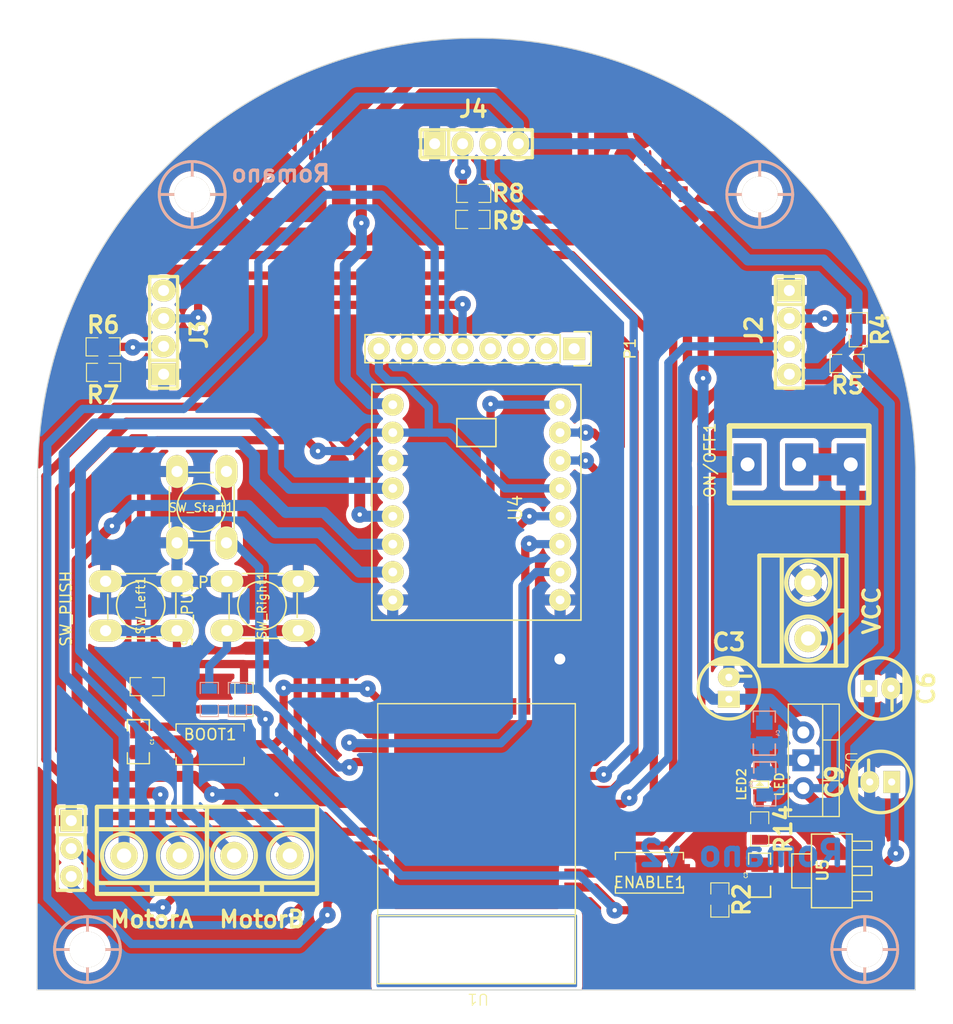
<source format=kicad_pcb>
(kicad_pcb (version 20221018) (generator pcbnew)
  (title_block (title "Robot Laberinto 2.0") (date "2024-03-30") (rev "v1.0") (company "E.E.S.T. N°5 \"2 de Abril\" Temperley") (comment 1 "Autor: Iván Romano") (comment 2 "Curso: 6to 5ta T.V. Electrónica") (comment 3 "Grupo de Taller: 2"))
  (layers (0 "F.Cu" signal) (31 "B.Cu" signal) (34 "B.Paste" user) (35 "F.Paste" user) (36 "B.SilkS" user "B.Silkscreen") (37 "F.SilkS" user "F.Silkscreen") (38 "B.Mask" user) (39 "F.Mask" user) (44 "Edge.Cuts" user))
  (net 0 "")
  (net 1 "/GPIO0")
  (net 2 "GND")
  (net 3 "/EN")
  (net 4 "VCC")
  (net 5 "+5V")
  (net 6 "+3.3V")
  (net 7 "/SW_Pin3")
  (net 8 "/Echo1")
  (net 9 "/OUTPUT_Trigger1")
  (net 10 "/Echo2")
  (net 11 "/OUTPUT_Trigger2")
  (net 12 "/Echo3")
  (net 13 "/OUTPUT_Trigger3")
  (net 14 "/Aout1")
  (net 15 "/Aout2")
  (net 16 "/Bout1")
  (net 17 "/Bout2")
  (net 18 "/RXD")
  (net 19 "/TXD")
  (net 20 "Net-(LED2-A)")
  (net 21 "/INPUT_Echo1")
  (net 22 "/INPUT_Echo2")
  (net 23 "/INPUT_Echo3")
  (net 24 "/Start")
  (net 25 "/Left")
  (net 26 "/Right")
  (net 28 "/AIN1")
  (net 29 "/AIN2")
  (net 32 "/BIN2")
  (net 40 "/BIN1")
  (net 41 "/Pwm_A")
  (net 42 "/Pwm_B")
  (net 50 "/SDA")
  (net 51 "/SCL")
  (footprint "Romano Footprints:TO-220" (layer "F.Cu") (at 190.025228 114.017862 -90)
    (fp_text reference "U2")
    (fp_text value "LM7805")
  )
  (footprint "Footprints EEST n5:R_0805" (layer "F.Cu") (at 125.745728 76.446862 180)
    (fp_text reference "R6")
    (fp_text value "1K" hide)
  )
  (footprint "Footprints EEST n5:SW_SPDT_TH_Vertical" (layer "F.Cu") (at 189.12 87.15 90)
    (fp_text reference "ON/OFF1")
    (fp_text value "SW_SPDT" hide)
  )
  (footprint "Footprints EEST n5:Separador_M3_5mm" (layer "F.Cu") (at 124.288228 131.334534)
    (fp_text reference "J11" hide)
    (fp_text value "Cable_PAD" hide)
  )
  (footprint "Footprints EEST n5:Led_0805" (layer "F.Cu") (at 185.527069 116.293554 90)
    (fp_text reference "LED2")
    (fp_text value "LED")
  )
  (footprint "Footprints EEST n5:BORNERA2_AZUL" (layer "F.Cu") (at 189.937069 100.464534 90)
    (fp_text reference "J1" hide)
    (fp_text value "VCC")
  )
  (footprint "Footprints EEST n5:C_0805" (layer "F.Cu") (at 185.517069 124.564534 90)
    (fp_text reference "C2")
    (fp_text value "1nF" hide)
  )
  (footprint "Footprints EEST n5:R_0805" (layer "F.Cu") (at 159.435728 62.466862)
    (fp_text reference "R8")
    (fp_text value "1K" hide)
  )
  (footprint "Footprints EEST n5:R_0805" (layer "F.Cu") (at 181.898228 126.789362 -90)
    (fp_text reference "R2")
    (fp_text value "10K" hide)
  )
  (footprint "Footprints EEST n5:pin_strip_4" (layer "F.Cu") (at 131.223228 75.126862 90)
    (fp_text reference "J3")
    (fp_text value "Ultrasonido2" hide)
  )
  (footprint "Footprints EEST n5:PUSH_SWITCH_THT" (layer "F.Cu") (at 136.948228 94.296862 180)
    (fp_text reference "SW_Start1")
    (fp_text value "SW_PUSH")
  )
  (footprint "Footprints EEST n5:Pin_Header_Straight_1x08" (layer "F.Cu") (at 168.618228 76.616862 -90)
    (fp_text reference "P1")
    (fp_text value "MPU6050")
  )
  (footprint "Footprints EEST n5:CAP_ELEC_5x11mm" (layer "F.Cu") (at 196.48 107.56 -90)
    (fp_text reference "C6")
    (fp_text value "100uF" hide)
  )
  (footprint "Footprints EEST n5:LOGO_EESTN5_F.Cu" (layer "F.Cu") (at 177.018228 60.976862 180)
    (fp_text reference "G***" hide)
    (fp_text value "LOGO" hide)
  )
  (footprint "Footprints EEST n5:R_0805" (layer "F.Cu") (at 193.519569 77.964534 180)
    (fp_text reference "R5")
    (fp_text value "2K" hide)
  )
  (footprint "Footprints EEST n5:R_0805" (layer "F.Cu") (at 185.527069 120.384534 90)
    (fp_text reference "R14")
    (fp_text value "470" hide)
  )
  (footprint "Footprints EEST n5:BORNERA2_AZUL" (layer "F.Cu") (at 140.183228 122.776862)
    (fp_text reference "J6" hide)
    (fp_text value "MotorB")
  )
  (footprint "Footprints EEST n5:CAP_ELEC_5x11mm" (layer "F.Cu") (at 196.548228 116.076862 90)
    (fp_text reference "C9")
    (fp_text value "10uF" hide)
  )
  (footprint "Footprints EEST n5:CAP_ELEC_5x11mm" (layer "F.Cu") (at 182.72 107.54)
    (fp_text reference "C3")
    (fp_text value "100uF" hide)
  )
  (footprint "Footprints EEST n5:R_0805" (layer "F.Cu") (at 194.507069 74.854534 -90)
    (fp_text reference "R4")
    (fp_text value "1K" hide)
  )
  (footprint "Footprints EEST n5:C_0805" (layer "F.Cu") (at 128.923228 112.409362 -90)
    (fp_text reference "C1")
    (fp_text value "1nF" hide)
  )
  (footprint "Footprints EEST n5:SW_SPST_EVQPE1" (layer "F.Cu") (at 175.478228 124.346862 180)
    (fp_text reference "ENABLE1")
    (fp_text value "SW_Push")
  )
  (footprint "Footprints EEST n5:Separador_M3_5mm" (layer "F.Cu") (at 133.828228 62.566862)
    (fp_text reference "J8" hide)
    (fp_text value "Cable_PAD" hide)
  )
  (footprint "Footprints EEST n5:R_0805" (layer "F.Cu") (at 125.720728 78.771862)
    (fp_text reference "R7")
    (fp_text value "2K" hide)
  )
  (footprint "Footprints EEST n5:Pin_Strip_3" (layer "F.Cu") (at 122.808228 122.136862 -90)
    (fp_text reference "J7" hide)
    (fp_text value "CH9102X" hide)
  )
  (footprint "Footprints EEST n5:pin_strip_4" (layer "F.Cu") (at 159.728228 57.946862)
    (fp_text reference "J4")
    (fp_text value "Ultrasonido3" hide)
  )
  (footprint "Footprints EEST n5:pin_strip_4" (layer "F.Cu") (at 188.223228 75.126862 -90)
    (fp_text reference "J2")
    (fp_text value "Ultrasonido1" hide)
  )
  (footprint "Romano Footprints:ESP32-WROOM-32_MacroLib" (layer "F.Cu") (at 159.872228 119.105112 180)
    (fp_text reference "U1")
    (fp_text value "ESP32")
  )
  (footprint "Footprints EEST n5:PUSH_SWITCH_THT" (layer "F.Cu") (at 125.938228 102.296862 90)
    (fp_text reference "SW_Left1")
    (fp_text value "SW_PUSH")
  )
  (footprint "Footprints EEST n5:PUSH_SWITCH_THT" (layer "F.Cu") (at 136.988228 102.296862 90)
    (fp_text reference "SW_Right1")
    (fp_text value "SW_PUSH")
  )
  (footprint "Footprints EEST n5:R_0805" (layer "F.Cu") (at 129.697069 107.394534)
    (fp_text reference "R1" hide)
    (fp_text value "10K" hide)
  )
  (footprint "Footprints EEST n5:BORNERA2_AZUL" (layer "F.Cu") (at 130.158228 122.776862)
    (fp_text reference "J5" hide)
    (fp_text value "MotorA")
  )
  (footprint "Footprints EEST n5:R_0805" (layer "F.Cu") (at 138.547069 108.537034 -90)
    (fp_text reference "R11" hide)
    (fp_text value "10K" hide)
  )
  (footprint "Footprints EEST n5:SW_SPST_EVQPE1" (layer "F.Cu") (at 135.458228 112.636862)
    (fp_text reference "BOOT1")
    (fp_text value "SW_Push" hide)
  )
  (footprint "Footprints EEST n5:SOT223" (layer "F.Cu") (at 192.098228 124.176862 90)
    (fp_text reference "U5")
    (fp_text value "LM1117" hide)
  )
  (footprint "Footprints EEST n5:Separador_M3_5mm" (layer "F.Cu") (at 195.097069 131.334534)
    (fp_text reference "J10" hide)
    (fp_text value "Cable_PAD" hide)
  )
  (footprint "Footprints EEST n5:R_0805" (layer "F.Cu") (at 159.435728 64.841862 180)
    (fp_text reference "R9")
    (fp_text value "2K" hide)
  )
  (footprint "Footprints EEST n5:Separador_M3_5mm" (layer "F.Cu") (at 185.528228 62.566862)
    (fp_text reference "J9" hide)
    (fp_text value "Cable_PAD" hide)
  )
  (footprint "Footprints EEST n5:TB6612_Breakout" (layer "F.Cu") (at 159.718228 90.606862 -90)
    (fp_text reference "U4")
    (fp_text value "TB6612_BREAKOUT" hide)
  )
  (footprint "Footprints EEST n5:R_0805" (layer "B.Cu") (at 135.383228 108.534362 -90)
    (fp_text reference "R12" hide)
    (fp_text value "10K" hide)
  )
  (footprint "Footprints EEST n5:R_0805" (layer "B.Cu") (at 137.948228 108.534362 -90)
    (fp_text reference "R10" hide)
    (fp_text value "10K" hide)
  )
  (footprint "Footprints EEST n5:C_0805" (layer "B.Cu") (at 185.947069 111.624534 90)
    (fp_text reference "C4")
    (fp_text value "47uf" hide)
  )
  (footprint "Footprints EEST n5:C_0805" (layer "B.Cu") (at 185.987069 116.252034 -90)
    (fp_text reference "C5")
    (fp_text value "47uf" hide)
  )
  (footprint "LOGO R INVERTIDO:LOGO R INVERTIDO" (layer "B.Cu") (at 141.884497 60.66995)
    (fp_text reference "Romano")
    (fp_text value "LOGO" hide)
  )
  (gr_rect (start 150.748228 128.255112) (end 168.758228 134.646862) (stroke (width 0.2)) (fill none) (layer "F.Cu"))
  (gr_line (start 119.698228 135.016862) (end 199.698228 135.016862) (stroke (width 0.1)) (layer "Edge.Cuts"))
  (gr_line (start 199.698228 135.016862) (end 199.738228 88.326862) (stroke (width 0.1)) (layer "Edge.Cuts"))
  (gr_line (start 119.698228 135.016862) (end 119.738228 88.326862) (stroke (width 0.1)) (layer "Edge.Cuts"))
  (gr_arc (start 119.738228 88.326862) (mid 159.738228 48.326862) (end 199.738228 88.326862) (stroke (width 0.1)) (layer "Edge.Cuts"))
  (gr_text "Romano v2" (at 193.447069 123.884534) (layer "B.Cu") (effects (font (size 2.2 2.2) (thickness 0.5) bold) (justify left bottom mirror)))
  (segment (start 150.747069 128.264534) (end 150.747069 134.624534) (width 0.25) (layer "B.Cu") (net 0))
  (segment (start 168.757069 128.264534) (end 150.747069 128.264534) (width 0.25) (layer "B.Cu") (net 0))
  (segment (start 168.757069 134.634534) (end 168.767069 134.624534) (width 0.25) (layer "B.Cu") (net 0))
  (segment (start 168.767069 134.624534) (end 168.767069 128.274534) (width 0.25) (layer "B.Cu") (net 0))
  (segment (start 150.747069 134.624534) (end 150.757069 134.634534) (width 0.25) (layer "B.Cu") (net 0))
  (segment (start 150.757069 134.634534) (end 168.757069 134.634534) (width 0.25) (layer "B.Cu") (net 0))
  (segment (start 150.978228 108.765693) (end 150.978228 110.445112) (width 0.75) (layer "F.Cu") (net 1))
  (segment (start 149.797069 107.584534) (end 150.978228 108.765693) (width 0.75) (layer "F.Cu") (net 1))
  (segment (start 142.157069 111.814534) (end 141.334741 112.636862) (width 0.75) (layer "F.Cu") (net 1))
  (segment (start 128.923228 111.456862) (end 128.744569 111.278203) (width 0.75) (layer "F.Cu") (net 1))
  (segment (start 129.343228 111.036862) (end 136.558228 111.036862) (width 0.75) (layer "F.Cu") (net 1))
  (segment (start 136.558228 111.036862) (end 138.158228 112.636862) (width 0.75) (layer "F.Cu") (net 1))
  (segment (start 142.157069 107.514534) (end 142.157069 111.814534) (width 0.75) (layer "F.Cu") (net 1))
  (segment (start 141.334741 112.636862) (end 140.418228 112.636862) (width 0.75) (layer "F.Cu") (net 1))
  (segment (start 138.158228 112.636862) (end 140.418228 112.636862) (width 0.75) (layer "F.Cu") (net 1))
  (segment (start 128.744569 111.278203) (end 128.744569 107.394534) (width 0.75) (layer "F.Cu") (net 1))
  (segment (start 128.923228 111.456862) (end 129.343228 111.036862) (width 0.75) (layer "F.Cu") (net 1))
  (segment (start 128.923228 111.456862) (end 129.298228 111.081862) (width 0.5) (layer "F.Cu") (net 1))
  (via (at 149.797069 107.584534) (size 1.5) (drill 0.4) (layers "F.Cu" "B.Cu") (net 1))
  (via (at 142.157069 107.514534) (size 1.5) (drill 0.4) (layers "F.Cu" "B.Cu") (net 1))
  (segment (start 149.727069 107.514534) (end 142.157069 107.514534) (width 0.75) (layer "B.Cu") (net 1))
  (segment (start 149.797069 107.584534) (end 149.727069 107.514534) (width 0.5) (layer "B.Cu") (net 1))
  (segment (start 159.828228 120.635112) (end 162.628228 120.635112) (width 2) (layer "F.Cu") (net 2))
  (segment (start 161.228228 117.835112) (end 161.228228 119.235112) (width 2) (layer "F.Cu") (net 2))
  (segment (start 161.228228 119.235112) (end 159.828228 119.235112) (width 2) (layer "F.Cu") (net 2))
  (segment (start 162.628228 119.235112) (end 161.228228 119.235112) (width 2) (layer "F.Cu") (net 2))
  (segment (start 162.628228 117.835112) (end 159.828228 117.835112) (width 2) (layer "F.Cu") (net 2))
  (segment (start 162.628228 117.835112) (end 161.228228 119.235112) (width 2) (layer "F.Cu") (net 2))
  (segment (start 162.628228 120.635112) (end 162.628228 117.835112) (width 2) (layer "F.Cu") (net 2))
  (segment (start 159.828228 120.635112) (end 161.228228 119.235112) (width 2) (layer "F.Cu") (net 2))
  (segment (start 161.228228 120.635112) (end 161.228228 119.235112) (width 2) (layer "F.Cu") (net 2))
  (segment (start 159.828228 117.835112) (end 159.828228 120.635112) (width 2) (layer "F.Cu") (net 2))
  (segment (start 161.228228 119.235112) (end 162.628228 120.635112) (width 2) (layer "F.Cu") (net 2))
  (segment (start 195.418228 126.456862) (end 195.398228 126.476862) (width 0.25) (layer "F.Cu") (net 2))
  (segment (start 161.228228 119.235112) (end 159.828228 117.835112) (width 2) (layer "F.Cu") (net 2))
  (via (at 141.507069 117.214534) (size 0.8) (drill 0.4) (layers "F.Cu" "B.Cu") (net 2))
  (via (at 167.32 104.88) (size 1.5) (drill 1) (layers "F.Cu" "B.Cu") (net 2))
  (segment (start 132.438228 98.053375) (end 132.157069 98.334534) (width 0.25) (layer "B.Cu") (net 2))
  (segment (start 174.5059 126.074534) (end 184.959569 126.074534) (width 0.75) (layer "F.Cu") (net 3))
  (segment (start 168.478228 124.415112) (end 172.709978 124.415112) (width 0.75) (layer "F.Cu") (net 3))
  (segment (start 172.778228 124.346862) (end 174.5059 126.074534) (width 0.75) (layer "F.Cu") (net 3))
  (segment (start 184.959569 126.074534) (end 185.517069 125.517034) (width 0.75) (layer "F.Cu") (net 3))
  (segment (start 172.709978 124.415112) (end 172.778228 124.346862) (width 0.5) (layer "F.Cu") (net 3))
  (segment (start 180.367069 75.125703) (end 169.438228 64.196862) (width 1) (layer "F.Cu") (net 4))
  (segment (start 154.098228 51.916862) (end 149.238228 56.776862) (width 1) (layer "F.Cu") (net 4))
  (segment (start 169.438228 64.196862) (end 169.438228 56.626862) (width 1) (layer "F.Cu") (net 4))
  (segment (start 149.238228 56.776862) (end 149.238228 65.166862) (width 1) (layer "F.Cu") (net 4))
  (segment (start 180.367069 79.304534) (end 180.367069 75.125703) (width 1) (layer "F.Cu") (net 4))
  (segment (start 169.438228 56.626862) (end 164.728228 51.916862) (width 1) (layer "F.Cu") (net 4))
  (segment (start 164.728228 51.916862) (end 154.098228 51.916862) (width 1) (layer "F.Cu") (net 4))
  (via (at 149.238228 65.166862) (size 1.5) (drill 0.4) (layers "F.Cu" "B.Cu") (net 4))
  (via (at 180.367069 79.304534) (size 1.5) (drill 0.4) (layers "F.Cu" "B.Cu") (net 4))
  (segment (start 147.767069 79.344534) (end 150.049397 81.626862) (width 1) (layer "B.Cu") (net 4))
  (segment (start 186.481366 108.54) (end 189.503228 111.561862) (width 1) (layer "B.Cu") (net 4))
  (segment (start 180.367069 79.304534) (end 180.367069 90.756862) (width 1) (layer "B.Cu") (net 4))
  (segment (start 149.238228 67.546862) (end 147.767069 69.018021) (width 1) (layer "B.Cu") (net 4))
  (segment (start 147.767069 69.018021) (end 147.767069 79.344534) (width 1) (layer "B.Cu") (net 4))
  (segment (start 152.008228 81.626862) (end 152.098228 81.716862) (width 1) (layer "B.Cu") (net 4))
  (segment (start 185.8 108.54) (end 186.481366 108.54) (width 1) (layer "B.Cu") (net 4))
  (segment (start 181.27 108.54) (end 182.72 108.54) (width 1) (layer "B.Cu") (net 4))
  (segment (start 180.367069 87.37) (end 180.587069 87.15) (width 1) (layer "B.Cu") (net 4))
  (segment (start 185.8 108.54) (end 185.947069 108.687069) (width 1) (layer "B.Cu") (net 4))
  (segment (start 180.387069 107.657069) (end 181.27 108.54) (width 1) (layer "B.Cu") (net 4))
  (segment (start 150.049397 81.626862) (end 152.008228 81.626862) (width 1) (layer "B.Cu") (net 4))
  (segment (start 149.238228 65.166862) (end 149.238228 67.546862) (width 1) (layer "B.Cu") (net 4))
  (segment (start 182.72 108.54) (end 185.8 108.54) (width 1) (layer "B.Cu") (net 4))
  (segment (start 180.367069 90.756862) (end 180.367069 87.37) (width 1) (layer "B.Cu") (net 4))
  (segment (start 180.387069 90.776862) (end 180.387069 107.657069) (width 1) (layer "B.Cu") (net 4))
  (segment (start 180.367069 90.756862) (end 180.387069 90.776862) (width 1) (layer "B.Cu") (net 4))
  (segment (start 180.587069 87.15) (end 184.42 87.15) (width 1.5) (layer "B.Cu") (net 4))
  (segment (start 185.947069 108.687069) (end 185.947069 110.672034) (width 1) (layer "B.Cu") (net 4))
  (segment (start 194.609397 121.876862) (end 189.374397 116.641862) (width 1) (layer "F.Cu") (net 5))
  (segment (start 195.398228 121.876862) (end 194.609397 121.876862) (width 1) (layer "F.Cu") (net 5))
  (segment (start 195.448228 121.826862) (end 195.398228 121.876862) (width 0.75) (layer "F.Cu") (net 5))
  (segment (start 187.167069 117.314534) (end 186.097069 117.314534) (width 0.75) (layer "B.Cu") (net 5))
  (segment (start 194.397069 71.594534) (end 194.397069 75.804534) (width 1) (layer "B.Cu") (net 5))
  (segment (start 131.223228 71.316862) (end 131.398228 71.316862) (width 1) (layer "B.Cu") (net 5))
  (segment (start 191.337069 68.534534) (end 194.397069 71.594534) (width 1) (layer "B.Cu") (net 5))
  (segment (start 131.398228 71.316862) (end 148.928228 53.786862) (width 1) (layer "B.Cu") (net 5))
  (segment (start 197.337069 103.832931) (end 195.517069 105.652931) (width 1) (layer "B.Cu") (net 5))
  (segment (start 173.869397 57.946862) (end 184.457069 68.534534) (width 1) (layer "B.Cu") (net 5))
  (segment (start 191.264741 78.936862) (end 188.223228 78.936862) (width 1) (layer "B.Cu") (net 5))
  (segment (start 163.548228 57.946862) (end 173.869397 57.946862) (width 1) (layer "B.Cu") (net 5))
  (segment (start 189.503228 116.641862) (end 191.929741 116.641862) (width 0.75) (layer "B.Cu") (net 5))
  (segment (start 161.198228 53.786862) (end 163.548228 56.136862) (width 1) (layer "B.Cu") (net 5))
  (segment (start 195.517069 105.652931) (end 195.517069 109.624534) (width 1) (layer "B.Cu") (net 5))
  (segment (start 191.929741 116.641862) (end 192.897069 115.674534) (width 0.75) (layer "B.Cu") (net 5))
  (segment (start 192.872069 77.329534) (end 192.982069 77.329534) (width 1) (layer "B.Cu") (net 5))
  (segment (start 195.517069 109.802931) (end 195.517069 109.624534) (width 0.75) (layer "B.Cu") (net 5))
  (segment (start 192.982069 77.329534) (end 197.337069 81.684534) (width 1) (layer "B.Cu") (net 5))
  (segment (start 192.897069 115.674534) (end 192.897069 112.422931) (width 0.75) (layer "B.Cu") (net 5))
  (segment (start 192.897069 112.422931) (end 195.517069 109.802931) (width 0.75) (layer "B.Cu") (net 5))
  (segment (start 189.503228 116.641862) (end 187.839741 116.641862) (width 0.75) (layer "B.Cu") (net 5))
  (segment (start 184.457069 68.534534) (end 191.337069 68.534534) (width 1) (layer "B.Cu") (net 5))
  (segment (start 186.097069 117.314534) (end 185.987069 117.204534) (width 0.75) (layer "B.Cu") (net 5))
  (segment (start 163.548228 56.136862) (end 163.548228 57.946862) (width 1) (layer "B.Cu") (net 5))
  (segment (start 187.839741 116.641862) (end 187.167069 117.314534) (width 0.75) (layer "B.Cu") (net 5))
  (segment (start 197.337069 81.684534) (end 197.337069 103.832931) (width 1) (layer "B.Cu") (net 5))
  (segment (start 194.397069 75.804534) (end 191.264741 78.936862) (width 1) (layer "B.Cu") (net 5))
  (segment (start 148.928228 53.786862) (end 161.198228 53.786862) (width 1) (layer "B.Cu") (net 5))
  (segment (start 188.987069 124.138021) (end 188.987069 122.024534) (width 0.75) (layer "F.Cu") (net 6))
  (segment (start 195.398228 124.176862) (end 188.948228 124.176862) (width 1) (layer "F.Cu") (net 6))
  (segment (start 137.948228 109.486862) (end 139.639397 109.486862) (width 0.75) (layer "F.Cu") (net 6))
  (segment (start 130.668228 107.546862) (end 130.588228 107.626862) (width 0.75) (layer "F.Cu") (net 6))
  (segment (start 131.589397 109.486862) (end 132.818228 109.486862) (width 0.75) (layer "F.Cu") (net 6))
  (segment (start 197.923228 122.576862) (end 196.323228 124.176862) (width 0.75) (layer "F.Cu") (net 6))
  (segment (start 188.299569 121.337034) (end 185.527069 121.337034) (width 0.75) (layer "F.Cu") (net 6))
  (segment (start 129.167069 104.454534) (end 130.668228 105.955693) (width 0.75) (layer "F.Cu") (net 6))
  (segment (start 130.634741 84.946862) (end 129.167069 86.414534) (width 0.75) (layer "F.Cu") (net 6))
  (segment (start 172.317069 127.464534) (end 170.537647 125.685112) (width 0.75) (layer "F.Cu") (net 6))
  (segment (start 144.299397 84.946862) (end 130.634741 84.946862) (width 0.75) (layer "F.Cu") (net 6))
  (segment (start 130.668228 108.565693) (end 131.589397 109.486862) (width 0.75) (layer "F.Cu") (net 6))
  (segment (start 188.948228 126.513375) (end 188.948228 124.176862) (width 0.75) (layer "F.Cu") (net 6))
  (segment (start 196.323228 124.176862) (end 195.398228 124.176862) (width 0.75) (layer "F.Cu") (net 6))
  (segment (start 172.317069 127.756862) (end 187.704741 127.756862) (width 0.75) (layer "F.Cu") (net 6))
  (segment (start 129.167069 86.414534) (end 129.167069 104.454534) (width 0.75) (layer "F.Cu") (net 6))
  (segment (start 130.668228 105.955693) (end 130.668228 107.546862) (width 0.75) (layer "F.Cu") (net 6))
  (segment (start 139.639397 109.486862) (end 140.507069 110.354534) (width 0.75) (layer "F.Cu") (net 6))
  (segment (start 188.987069 122.024534) (end 188.299569 121.337034) (width 0.75) (layer "F.Cu") (net 6))
  (segment (start 187.704741 127.756862) (end 188.948228 126.513375) (width 0.75) (layer "F.Cu") (net 6))
  (segment (start 145.287069 85.934534) (end 144.299397 84.946862) (width 0.75) (layer "F.Cu") (net 6))
  (segment (start 188.948228 124.176862) (end 188.987069 124.138021) (width 0.75) (layer "F.Cu") (net 6))
  (segment (start 172.317069 127.756862) (end 172.317069 127.464534) (width 0.75) (layer "F.Cu") (net 6))
  (segment (start 170.537647 125.685112) (end 168.478228 125.685112) (width 0.75) (layer "F.Cu") (net 6))
  (segment (start 130.668228 107.546862) (end 130.668228 108.565693) (width 0.75) (layer "F.Cu") (net 6))
  (segment (start 132.378228 109.466862) (end 137.948228 109.466862) (width 0.75) (layer "F.Cu") (net 6))
  (via (at 197.923228 122.576862) (size 1.5) (drill 0.4) (layers "F.Cu" "B.Cu") (net 6))
  (via (at 145.287069 85.934534) (size 1.5) (drill 0.4) (layers "F.Cu" "B.Cu") (net 6))
  (via (at 140.507069 110.354534) (size 1.5) (drill 0.4) (layers "F.Cu" "B.Cu") (net 6))
  (via (at 172.317069 127.756862) (size 1.5) (drill 0.4) (layers "F.Cu" "B.Cu") (net 6))
  (segment (start 152.877069 124.594534) (end 140.507069 112.224534) (width 0.75) (layer "B.Cu") (net 6))
  (segment (start 149.903138 84.256862) (end 150.128228 84.256862) (width 0.75) (layer "B.Cu") (net 6))
  (segment (start 172.317069 127.756862) (end 169.154741 124.594534) (width 0.75) (layer "B.Cu") (net 6))
  (segment (start 162.333228 89.336862) (end 167.338228 89.336862) (width 0.75) (layer "B.Cu") (net 6))
  (segment (start 155.378228 81.946862) (end 152.9759 79.544534) (width 0.75) (layer "B.Cu") (net 6))
  (segment (start 137.948228 109.486862) (end 135.383228 109.486862) (width 0.75) (layer "B.Cu") (net 6))
  (segment (start 155.378228 84.256862) (end 155.378228 81.946862) (width 0.75) (layer "B.Cu") (net 6))
  (segment (start 150.838228 78.645693) (end 150.838228 76.616862) (width 0.75) (layer "B.Cu") (net 6))
  (segment (start 197.923228 122.576862) (end 197.817069 122.470703) (width 0.75) (layer "B.Cu") (net 6))
  (segment (start 139.669397 109.486862) (end 137.948228 109.486862) (width 0.75) (layer "B.Cu") (net 6))
  (segment (start 140.507069 110.324534) (end 139.669397 109.486862) (width 0.75) (layer "B.Cu") (net 6))
  (segment (start 152.9759 79.544534) (end 151.737069 79.544534) (width 0.75) (layer "B.Cu") (net 6))
  (segment (start 148.225466 85.934534) (end 149.903138 84.256862) (width 0.75) (layer "B.Cu") (net 6))
  (segment (start 197.817069 122.470703) (end 197.817069 116.345703) (width 0.75) (layer "B.Cu") (net 6))
  (segment (start 197.817069 116.345703) (end 197.548228 116.076862) (width 0.75) (layer "B.Cu") (net 6))
  (segment (start 152.098228 84.256862) (end 150.128228 84.256862) (width 0.75) (layer "B.Cu") (net 6))
  (segment (start 155.378228 84.256862) (end 157.253228 84.256862) (width 0.75) (layer "B.Cu") (net 6))
  (segment (start 157.253228 84.256862) (end 162.333228 89.336862) (width 0.75) (layer "B.Cu") (net 6))
  (segment (start 145.287069 85.934534) (end 148.225466 85.934534) (width 0.75) (layer "B.Cu") (net 6))
  (segment (start 169.154741 124.594534) (end 152.877069 124.594534) (width 0.75) (layer "B.Cu") (net 6))
  (segment (start 140.507069 112.224534) (end 140.507069 110.354534) (width 0.75) (layer "B.Cu") (net 6))
  (segment (start 152.098228 84.256862) (end 155.378228 84.256862) (width 0.75) (layer "B.Cu") (net 6))
  (segment (start 151.737069 79.544534) (end 150.838228 78.645693) (width 0.75) (layer "B.Cu") (net 6))
  (segment (start 140.507069 110.354534) (end 140.507069 110.324534) (width 0.75) (layer "B.Cu") (net 6))
  (segment (start 189.937069 103.004534) (end 191.707069 103.004534) (width 1.25) (layer "B.Cu") (net 7))
  (segment (start 193.98 87.31) (end 193.82 87.15) (width 1.25) (layer "B.Cu") (net 7))
  (segment (start 191.707069 103.004534) (end 193.98 100.731603) (width 1.25) (layer "B.Cu") (net 7))
  (segment (start 193.82 87.15) (end 189.12 87.15) (width 2) (layer "B.Cu") (net 7))
  (segment (start 193.98 100.731603) (end 193.98 87.31) (width 1.25) (layer "B.Cu") (net 7))
  (segment (start 194.573228 73.916862) (end 194.503228 73.846862) (width 0.75) (layer "F.Cu") (net 8))
  (segment (start 191.457069 73.866862) (end 194.471897 73.866862) (width 0.75) (layer "F.Cu") (net 8))
  (segment (start 194.471897 73.866862) (end 194.507069 73.902034) (width 0.75) (layer "F.Cu") (net 8))
  (via (at 191.457069 73.866862) (size 1.5) (drill 0.4) (layers "F.Cu" "B.Cu") (net 8))
  (segment (start 191.457069 73.866862) (end 188.248228 73.866862) (width 0.75) (layer "B.Cu") (net 8))
  (segment (start 173.094888 118.065112) (end 168.478228 118.065112) (width 0.75) (layer "F.Cu") (net 9))
  (segment (start 173.64 117.52) (end 173.094888 118.065112) (width 0.75) (layer "F.Cu") (net 9))
  (via (at 173.64 117.52) (size 1.5) (drill 0.4) (layers "F.Cu" "B.Cu") (net 9))
  (segment (start 178.704741 76.396862) (end 188.223228 76.396862) (width 0.75) (layer "B.Cu") (net 9))
  (segment (start 177.207069 77.894534) (end 178.704741 76.396862) (width 0.75) (layer "B.Cu") (net 9))
  (segment (start 173.64 117.52) (end 173.64 117.451603) (width 0.75) (layer "B.Cu") (net 9))
  (segment (start 177.207069 113.884534) (end 177.207069 77.894534) (width 0.75) (layer "B.Cu") (net 9))
  (segment (start 173.64 117.451603) (end 177.207069 113.884534) (width 0.75) (layer "B.Cu") (net 9))
  (segment (start 126.698228 76.446862) (end 128.373228 76.446862) (width 0.75) (layer "F.Cu") (net 10))
  (segment (start 128.373228 76.446862) (end 128.423228 76.496862) (width 0.75) (layer "F.Cu") (net 10))
  (via (at 128.423228 76.496862) (size 1.5) (drill 0.4) (layers "F.Cu" "B.Cu") (net 10))
  (segment (start 128.423228 76.496862) (end 128.493228 76.426862) (width 0.75) (layer "B.Cu") (net 10))
  (segment (start 128.493228 76.426862) (end 131.223228 76.426862) (width 0.75) (layer "B.Cu") (net 10))
  (segment (start 167.137069 69.954534) (end 174.12 76.937465) (width 0.75) (layer "F.Cu") (net 11))
  (segment (start 134.367069 73.784534) (end 134.367069 72.144534) (width 0.75) (layer "F.Cu") (net 11))
  (segment (start 172.094888 116.795112) (end 168.478228 116.795112) (width 0.75) (layer "F.Cu") (net 11))
  (segment (start 174.12 114.77) (end 172.094888 116.795112) (width 0.75) (layer "F.Cu") (net 11))
  (segment (start 134.367069 72.144534) (end 136.557069 69.954534) (width 0.75) (layer "F.Cu") (net 11))
  (segment (start 136.557069 69.954534) (end 167.137069 69.954534) (width 0.75) (layer "F.Cu") (net 11))
  (segment (start 174.12 76.937465) (end 174.12 114.77) (width 0.75) (layer "F.Cu") (net 11))
  (via (at 134.367069 73.784534) (size 1.5) (drill 0.4) (layers "F.Cu" "B.Cu") (net 11))
  (segment (start 134.367069 73.784534) (end 134.294741 73.856862) (width 0.75) (layer "B.Cu") (net 11))
  (segment (start 134.294741 73.856862) (end 131.223228 73.856862) (width 0.75) (layer "B.Cu") (net 11))
  (segment (start 158.483228 60.496862) (end 158.488228 60.491862) (width 0.75) (layer "F.Cu") (net 12))
  (segment (start 158.483228 62.466862) (end 158.483228 60.496862) (width 0.75) (layer "F.Cu") (net 12))
  (via (at 158.488228 60.491862) (size 1.5) (drill 0.4) (layers "F.Cu" "B.Cu") (net 12))
  (segment (start 158.488228 60.491862) (end 158.488228 57.976862) (width 1) (layer "B.Cu") (net 12))
  (segment (start 158.488228 57.976862) (end 158.458228 57.946862) (width 0.75) (layer "B.Cu") (net 12))
  (segment (start 171.184888 115.525112) (end 168.478228 115.525112) (width 0.75) (layer "F.Cu") (net 13))
  (segment (start 171.32 115.39) (end 171.184888 115.525112) (width 0.75) (layer "F.Cu") (net 13))
  (via (at 171.32 115.39) (size 1.5) (drill 0.4) (layers "F.Cu" "B.Cu") (net 13))
  (segment (start 171.32 115.39) (end 171.43 115.39) (width 0.75) (layer "B.Cu") (net 13))
  (segment (start 174.047069 73.844534) (end 160.998228 60.795693) (width 0.75) (layer "B.Cu") (net 13))
  (segment (start 161.008228 57.936862) (end 160.998228 57.946862) (width 0.5) (layer "B.Cu") (net 13))
  (segment (start 174.047069 112.772931) (end 174.047069 73.844534) (width 0.75) (layer "B.Cu") (net 13))
  (segment (start 171.43 115.39) (end 174.047069 112.772931) (width 0.75) (layer "B.Cu") (net 13))
  (segment (start 160.998228 60.795693) (end 160.998228 57.946862) (width 0.75) (layer "B.Cu") (net 13))
  (segment (start 141.198228 85.385693) (end 139.279397 83.466862) (width 1) (layer "B.Cu") (net 14))
  (segment (start 127.618228 111.766862) (end 127.618228 122.776862) (width 1) (layer "B.Cu") (net 14))
  (segment (start 152.098228 89.336862) (end 142.728228 89.336862) (width 1) (layer "B.Cu") (net 14))
  (segment (start 122.16 86.18509) (end 122.16 106.308634) (width 1) (layer "B.Cu") (net 14))
  (segment (start 139.279397 83.466862) (end 124.878228 83.466862) (width 1) (layer "B.Cu") (net 14))
  (segment (start 122.16 106.308634) (end 127.618228 111.766862) (width 1) (layer "B.Cu") (net 14))
  (segment (start 124.878228 83.466862) (end 122.16 86.18509) (width 1) (layer "B.Cu") (net 14))
  (segment (start 142.728228 89.336862) (end 141.198228 87.806862) (width 1) (layer "B.Cu") (net 14))
  (segment (start 141.198228 87.806862) (end 141.198228 85.385693) (width 1) (layer "B.Cu") (net 14))
  (segment (start 121.828228 113.058228) (end 121.828228 89.413375) (width 1) (layer "F.Cu") (net 15))
  (segment (start 130.778228 117.076862) (end 125.846862 117.076862) (width 1) (layer "F.Cu") (net 15))
  (segment (start 125.846862 117.076862) (end 121.828228 113.058228) (width 1) (layer "F.Cu") (net 15))
  (segment (start 127.844741 83.396862) (end 146.269397 83.396862) (width 1) (layer "F.Cu") (net 15))
  (segment (start 130.918228 117.216862) (end 130.778228 117.076862) (width 1) (layer "F.Cu") (net 15))
  (segment (start 121.828228 89.413375) (end 127.844741 83.396862) (width 1) (layer "F.Cu") (net 15))
  (segment (start 146.269397 83.396862) (end 149.088228 86.215693) (width 1) (layer "F.Cu") (net 15))
  (segment (start 149.088228 86.215693) (end 149.088228 91.716862) (width 1) (layer "F.Cu") (net 15))
  (via (at 130.918228 117.216862) (size 1.5) (drill 0.4) (layers "F.Cu" "B.Cu") (net 15))
  (via (at 149.088228 91.716862) (size 1.5) (drill 0.4) (layers "F.Cu" "B.Cu") (net 15))
  (segment (start 132.698228 121.786862) (end 132.698228 122.776862) (width 1) (layer "B.Cu") (net 15))
  (segment (start 149.088228 91.716862) (end 149.248228 91.876862) (width 1) (layer "B.Cu") (net 15))
  (segment (start 130.918228 120.006862) (end 132.698228 121.786862) (width 1) (layer "B.Cu") (net 15))
  (segment (start 149.248228 91.876862) (end 152.098228 91.876862) (width 1) (layer "B.Cu") (net 15))
  (segment (start 130.918228 117.216862) (end 130.918228 120.006862) (width 1) (layer "B.Cu") (net 15))
  (segment (start 123.338228 95.936863) (end 123.338228 112.076862) (width 1) (layer "F.Cu") (net 16))
  (segment (start 126.828228 115.566862) (end 134.018228 115.566862) (width 1) (layer "F.Cu") (net 16))
  (segment (start 134.018228 115.566862) (end 135.658228 117.206862) (width 1) (layer "F.Cu") (net 16))
  (segment (start 126.518813 92.756278) (end 123.338228 95.936863) (width 1) (layer "F.Cu") (net 16))
  (segment (start 123.338228 112.076862) (end 126.828228 115.566862) (width 1) (layer "F.Cu") (net 16))
  (via (at 126.518813 92.756278) (size 1.5) (drill 0.4) (layers "F.Cu" "B.Cu") (net 16))
  (via (at 135.658228 117.206862) (size 1.5) (drill 0.4) (layers "F.Cu" "B.Cu") (net 16))
  (segment (start 141.417069 93.374534) (end 145.457817 93.374534) (width 1) (layer "B.Cu") (net 16))
  (segment (start 135.658228 117.206862) (end 137.898228 117.206862) (width 1) (layer "B.Cu") (net 16))
  (segment (start 142.723228 122.031862) (end 142.723228 122.776862) (width 1) (layer "B.Cu") (net 16))
  (segment (start 145.457817 93.374534) (end 149.040145 96.956862) (width 1) (layer "B.Cu") (net 16))
  (segment (start 128.380557 90.894534) (end 138.937069 90.894534) (width 1) (layer "B.Cu") (net 16))
  (segment (start 137.898228 117.206862) (end 142.723228 122.031862) (width 1) (layer "B.Cu") (net 16))
  (segment (start 126.518813 92.756278) (end 128.380557 90.894534) (width 1) (layer "B.Cu") (net 16))
  (segment (start 138.937069 90.894534) (end 141.417069 93.374534) (width 1) (layer "B.Cu") (net 16))
  (segment (start 149.040145 96.956862) (end 152.098228 96.956862) (width 1) (layer "B.Cu") (net 16))
  (segment (start 139.508228 88.685693) (end 139.508228 86.415693) (width 1) (layer "B.Cu") (net 17))
  (segment (start 133.428228 118.561862) (end 137.643228 122.776862) (width 1) (layer "B.Cu") (net 17))
  (segment (start 123.648228 104.086862) (end 133.428228 113.866862) (width 1) (layer "B.Cu") (net 17))
  (segment (start 123.648228 87.543375) (end 123.648228 104.086862) (width 1) (layer "B.Cu") (net 17))
  (segment (start 142.347069 91.524534) (end 139.508228 88.685693) (width 1) (layer "B.Cu") (net 17))
  (segment (start 152.098228 94.416862) (end 148.709397 94.416862) (width 1) (layer "B.Cu") (net 17))
  (segment (start 133.428228 113.866862) (end 133.428228 118.561862) (width 1) (layer "B.Cu") (net 17))
  (segment (start 148.709397 94.416862) (end 145.817069 91.524534) (width 1) (layer "B.Cu") (net 17))
  (segment (start 126.104741 85.086862) (end 123.648228 87.543375) (width 1) (layer "B.Cu") (net 17))
  (segment (start 138.179397 85.086862) (end 126.104741 85.086862) (width 1) (layer "B.Cu") (net 17))
  (segment (start 145.817069 91.524534) (end 142.347069 91.524534) (width 1) (layer "B.Cu") (net 17))
  (segment (start 139.508228 86.415693) (end 138.179397 85.086862) (width 1) (layer "B.Cu") (net 17))
  (segment (start 148.746478 121.875112) (end 148.738228 121.866862) (width 0.75) (layer "F.Cu") (net 18))
  (segment (start 132.437069 126.214534) (end 142.817069 126.214534) (width 0.75) (layer "F.Cu") (net 18))
  (segment (start 147.156491 121.875112) (end 148.746478 121.875112) (width 0.75) (layer "F.Cu") (net 18))
  (segment (start 131.147069 127.504534) (end 132.437069 126.214534) (width 0.75) (layer "F.Cu") (net 18))
  (segment (start 142.817069 126.214534) (end 147.156491 121.875112) (width 0.75) (layer "F.Cu") (net 18))
  (segment (start 150.978228 121.875112) (end 148.746478 121.875112) (width 0.75) (layer "F.Cu") (net 18))
  (via (at 131.147069 127.504534) (size 1.5) (drill 0.4) (layers "F.Cu" "B.Cu") (net 18))
  (segment (start 124.68 123.73) (end 123.086862 122.136862) (width 0.75) (layer "B.Cu") (net 18))
  (segment (start 129.737069 127.504534) (end 128.202535 125.97) (width 0.75) (layer "B.Cu") (net 18))
  (segment (start 125.84 125.97) (end 124.68 124.81) (width 0.75) (layer "B.Cu") (net 18))
  (segment (start 128.202535 125.97) (end 125.84 125.97) (width 0.75) (layer "B.Cu") (net 18))
  (segment (start 123.086862 122.136862) (end 122.808228 122.136862) (width 0.75) (layer "B.Cu") (net 18))
  (segment (start 124.68 124.81) (end 124.68 123.73) (width 0.75) (layer "B.Cu") (net 18))
  (segment (start 131.147069 127.504534) (end 129.737069 127.504534) (width 0.75) (layer "B.Cu") (net 18))
  (segment (start 142.937069 128.204534) (end 147.996491 123.145112) (width 0.75) (layer "F.Cu") (net 19))
  (segment (start 142.807069 128.204534) (end 142.937069 128.204534) (width 0.75) (layer "F.Cu") (net 19))
  (segment (start 147.996491 123.145112) (end 150.978228 123.145112) (width 0.75) (layer "F.Cu") (net 19))
  (via (at 142.807069 128.204534) (size 1.5) (drill 0.4) (layers "F.Cu" "B.Cu") (net 19))
  (segment (start 122.808228 125.485693) (end 122.808228 124.676862) (width 0.75) (layer "B.Cu") (net 19))
  (segment (start 141.887069 129.124534) (end 129.117069 129.124534) (width 0.75) (layer "B.Cu") (net 19))
  (segment (start 127.319397 127.326862) (end 124.649397 127.326862) (width 0.75) (layer "B.Cu") (net 19))
  (segment (start 142.807069 128.204534) (end 141.887069 129.124534) (width 0.75) (layer "B.Cu") (net 19))
  (segment (start 129.117069 129.124534) (end 127.319397 127.326862) (width 0.75) (layer "B.Cu") (net 19))
  (segment (start 124.649397 127.326862) (end 122.808228 125.485693) (width 0.75) (layer "B.Cu") (net 19))
  (segment (start 185.527069 119.432034) (end 185.527069 117.342574) (width 0.75) (layer "F.Cu") (net 20))
  (segment (start 180.207069 118.654534) (end 176.986491 121.875112) (width 0.75) (layer "F.Cu") (net 21))
  (segment (start 180.207069 83.714534) (end 180.207069 118.654534) (width 0.75) (layer "F.Cu") (net 21))
  (segment (start 194.507069 79.354534) (end 193.117069 80.744534) (width 0.75) (layer "F.Cu") (net 21))
  (segment (start 194.507069 75.807034) (end 194.507069 79.354534) (width 0.75) (layer "F.Cu") (net 21))
  (segment (start 176.986491 121.875112) (end 168.478228 121.875112) (width 0.75) (layer "F.Cu") (net 21))
  (segment (start 193.117069 80.744534) (end 183.177069 80.744534) (width 0.75) (layer "F.Cu") (net 21))
  (segment (start 183.177069 80.744534) (end 180.207069 83.714534) (width 0.75) (layer "F.Cu") (net 21))
  (segment (start 168.478228 119.335112) (end 174.096491 119.335112) (width 0.75) (layer "F.Cu") (net 22))
  (segment (start 175.88 117.551603) (end 175.88 75.547465) (width 0.75) (layer "F.Cu") (net 22))
  (segment (start 174.096491 119.335112) (end 175.88 117.551603) (width 0.75) (layer "F.Cu") (net 22))
  (segment (start 129.187069 68.084534) (end 124.768228 72.503375) (width 0.75) (layer "F.Cu") (net 22))
  (segment (start 168.417069 68.084534) (end 129.187069 68.084534) (width 0.75) (layer "F.Cu") (net 22))
  (segment (start 124.768228 72.503375) (end 124.768228 78.771862) (width 0.75) (layer "F.Cu") (net 22))
  (segment (start 175.88 75.547465) (end 168.417069 68.084534) (width 0.75) (layer "F.Cu") (net 22))
  (segment (start 169.058228 120.605112) (end 169.068806 120.594534) (width 0.75) (layer "F.Cu") (net 23))
  (segment (start 168.478228 120.605112) (end 169.058228 120.605112) (width 0.75) (layer "F.Cu") (net 23))
  (segment (start 177.647069 118.574534) (end 177.647069 74.764534) (width 0.75) (layer "F.Cu") (net 23))
  (segment (start 169.068806 120.594534) (end 175.627069 120.594534) (width 0.75) (layer "F.Cu") (net 23))
  (segment (start 167.724397 64.841862) (end 160.388228 64.841862) (width 0.75) (layer "F.Cu") (net 23))
  (segment (start 177.647069 74.764534) (end 167.724397 64.841862) (width 0.75) (layer "F.Cu") (net 23))
  (segment (start 160.388228 64.841862) (end 160.388228 62.466862) (width 0.75) (layer "F.Cu") (net 23))
  (segment (start 175.627069 120.594534) (end 177.647069 118.574534) (width 0.75) (layer "F.Cu") (net 23))
  (segment (start 148.636491 114.255112) (end 150.978228 114.255112) (width 0.75) (layer "F.Cu") (net 24))
  (segment (start 148.147069 114.744534) (end 148.636491 114.255112) (width 0.75) (layer "F.Cu") (net 24))
  (segment (start 136.948228 94.296862) (end 136.948228 87.796862) (width 1) (layer "F.Cu") (net 24))
  (via (at 148.147069 114.744534) (size 1.5) (drill 0.4) (layers "F.Cu" "B.Cu") (net 24))
  (segment (start 137.679397 94.296862) (end 136.948228 94.296862) (width 0.75) (layer "B.Cu") (net 24))
  (segment (start 139.87091 107.581862) (end 137.948228 107.581862) (width 0.75) (layer "B.Cu") (net 24))
  (segment (start 139.937069 107.515703) (end 139.87091 107.581862) (width 0.75) (layer "B.Cu") (net 24))
  (segment (start 139.937069 96.554534) (end 137.679397 94.296862) (width 0.75) (layer "B.Cu") (net 24))
  (segment (start 148.147069 114.744534) (end 148.147069 114.374536) (width 0.75) (layer "B.Cu") (net 24))
  (segment (start 147.1659 114.744534) (end 139.937069 107.515703) (width 0.75) (layer "B.Cu") (net 24))
  (segment (start 139.937069 107.515703) (end 139.937069 96.554534) (width 0.75) (layer "B.Cu") (net 24))
  (segment (start 148.147069 114.744534) (end 147.1659 114.744534) (width 0.75) (layer "B.Cu") (net 24))
  (segment (start 132.438228 103.975693) (end 133.797069 105.334534) (width 0.75) (layer "F.Cu") (net 25))
  (segment (start 143.438228 106.165693) (end 142.627069 105.354534) (width 0.75) (layer "F.Cu") (net 25))
  (segment (start 143.438228 114.155693) (end 143.438228 106.165693) (width 0.75) (layer "F.Cu") (net 25))
  (segment (start 142.627069 105.354534) (end 138.587069 105.354534) (width 0.75) (layer "F.Cu") (net 25))
  (segment (start 125.988228 102.346862) (end 125.938228 102.296862) (width 1) (layer "F.Cu") (net 25))
  (segment (start 150.978228 118.065112) (end 147.347647 118.065112) (width 0.75) (layer "F.Cu") (net 25))
  (segment (start 147.347647 118.065112) (end 143.438228 114.155693) (width 0.75) (layer "F.Cu") (net 25))
  (segment (start 133.797069 105.334534) (end 138.487069 105.334534) (width 0.75) (layer "F.Cu") (net 25))
  (segment (start 132.438228 102.296862) (end 132.388228 102.346862) (width 1) (layer "F.Cu") (net 25))
  (segment (start 132.438228 102.296862) (end 132.438228 103.975693) (width 0.75) (layer "F.Cu") (net 25))
  (segment (start 138.487069 105.334534) (end 138.547069 105.394534) (width 0.75) (layer "F.Cu") (net 25))
  (segment (start 138.547069 105.394534) (end 138.547069 107.584534) (width 0.75) (layer "F.Cu") (net 25))
  (segment (start 138.587069 105.354534) (end 138.547069 105.394534) (width 0.75) (layer "F.Cu") (net 25))
  (segment (start 132.438228 102.296862) (end 125.938228 102.296862) (width 1) (layer "B.Cu") (net 25))
  (segment (start 136.988228 102.296862) (end 143.488228 102.296862) (width 1) (layer "F.Cu") (net 26))
  (segment (start 144.718228 103.526862) (end 144.718228 103.956862) (width 0.75) (layer "F.Cu") (net 26))
  (segment (start 144.718228 113.555693) (end 147.957647 116.795112) (width 0.75) (layer "F.Cu") (net 26))
  (segment (start 143.488228 102.296862) (end 144.718228 103.526862) (width 0.75) (layer "F.Cu") (net 26))
  (segment (start 147.957647 116.795112) (end 150.978228 116.795112) (width 0.75) (layer "F.Cu") (net 26))
  (segment (start 144.718228 103.526862) (end 144.718228 113.555693) (width 0.75) (layer "F.Cu") (net 26))
  (segment (start 136.988228 103.916862) (end 136.988228 102.296862) (width 0.75) (layer "B.Cu") (net 26))
  (segment (start 135.383228 107.581862) (end 135.383228 105.521862) (width 0.75) (layer "B.Cu") (net 26))
  (segment (start 135.383228 105.521862) (end 136.988228 103.916862) (width 0.75) (layer "B.Cu") (net 26))
  (segment (start 170.95 111.97) (end 170.95 88.078634) (width 0.75) (layer "F.Cu") (net 28))
  (segment (start 168.478228 112.985112) (end 169.934888 112.985112) (width 0.75) (layer "F.Cu") (net 28))
  (segment (start 169.934888 112.985112) (end 170.95 111.97) (width 0.75) (layer "F.Cu") (net 28))
  (segment (start 170.95 88.078634) (end 169.673228 86.801862) (width 0.75) (layer "F.Cu") (net 28))
  (via (at 169.673228 86.801862) (size 1.5) (drill 0.4) (layers "F.Cu" "B.Cu") (net 28))
  (segment (start 169.673228 86.801862) (end 167.343228 86.801862) (width 0.75) (layer "B.Cu") (net 28))
  (segment (start 167.343228 86.801862) (end 167.338228 86.796862) (width 0.75) (layer "B.Cu") (net 28))
  (segment (start 169.673228 84.256862) (end 170.403228 84.256862) (width 0.75) (layer "F.Cu") (net 29))
  (segment (start 170.581055 114.255112) (end 168.478228 114.255112) (width 0.75) (layer "F.Cu") (net 29))
  (segment (start 170.403228 84.256862) (end 172.5 86.353634) (width 0.75) (layer "F.Cu") (net 29))
  (segment (start 172.5 86.353634) (end 172.5 112.336167) (width 0.75) (layer "F.Cu") (net 29))
  (segment (start 172.5 112.336167) (end 170.581055 114.255112) (width 0.75) (layer "F.Cu") (net 29))
  (via (at 169.673228 84.256862) (size 1.5) (drill 0.4) (layers "F.Cu" "B.Cu") (net 29))
  (segment (start 169.673228 84.256862) (end 167.338228 84.256862) (width 0.75) (layer "B.Cu") (net 29))
  (segment (start 164.173228 94.726862) (end 164.173228 109.195112) (width 0.75) (layer "F.Cu") (net 32))
  (segment (start 164.523228 94.376862) (end 164.173228 94.726862) (width 0.75) (layer "F.Cu") (net 32))
  (via (at 164.523228 94.376862) (size 1.5) (drill 0.4) (layers "F.Cu" "B.Cu") (net 32))
  (segment (start 164.563228 94.416862) (end 167.338228 94.416862) (width 0.75) (layer "B.Cu") (net 32))
  (segment (start 164.523228 94.376862) (end 164.563228 94.416862) (width 0.75) (layer "B.Cu") (net 32))
  (segment (start 162.648228 104.201862) (end 160.77009 106.08) (width 0.75) (layer "F.Cu") (net 40))
  (segment (start 162.648228 93.776862) (end 162.648228 104.201862) (width 0.75) (layer "F.Cu") (net 40))
  (segment (start 154.013228 107.116772) (end 154.013228 109.195112) (width 0.75) (layer "F.Cu") (net 40))
  (segment (start 160.77009 106.08) (end 155.05 106.08) (width 0.75) (layer "F.Cu") (net 40))
  (segment (start 155.05 106.08) (end 154.013228 107.116772) (width 0.75) (layer "F.Cu") (net 40))
  (segment (start 164.548228 91.876862) (end 162.648228 93.776862) (width 0.75) (layer "F.Cu") (net 40))
  (via (at 164.548228 91.876862) (size 1.5) (drill 0.4) (layers "F.Cu" "B.Cu") (net 40))
  (segment (start 167.338228 91.876862) (end 164.548228 91.876862) (width 0.75) (layer "B.Cu") (net 40))
  (segment (start 160.998228 103.001862) (end 159.473228 104.526862) (width 0.75) (layer "F.Cu") (net 41))
  (segment (start 147.718228 105.981862) (end 147.718228 109.535112) (width 0.75) (layer "F.Cu") (net 41))
  (segment (start 161.007069 81.654534) (end 161.007069 85.243021) (width 0.75) (layer "F.Cu") (net 41))
  (segment (start 161.007069 85.243021) (end 160.998228 85.251862) (width 0.75) (layer "F.Cu") (net 41))
  (segment (start 149.173228 104.526862) (end 147.718228 105.981862) (width 0.75) (layer "F.Cu") (net 41))
  (segment (start 147.718228 109.535112) (end 149.898228 111.715112) (width 0.75) (layer "F.Cu") (net 41))
  (segment (start 149.898228 111.715112) (end 150.978228 111.715112) (width 0.75) (layer "F.Cu") (net 41))
  (segment (start 159.473228 104.526862) (end 149.173228 104.526862) (width 0.75) (layer "F.Cu") (net 41))
  (segment (start 160.998228 85.251862) (end 160.998228 103.001862) (width 0.75) (layer "F.Cu") (net 41))
  (via (at 161.007069 81.654534) (size 1.5) (drill 0.4) (layers "F.Cu" "B.Cu") (net 41))
  (segment (start 161.007069 81.654534) (end 161.069397 81.716862) (width 0.75) (layer "B.Cu") (net 41))
  (segment (start 161.069397 81.716862) (end 167.338228 81.716862) (width 0.75) (layer "B.Cu") (net 41))
  (segment (start 148.148228 112.501862) (end 148.631478 112.985112) (width 0.75) (layer "F.Cu") (net 42))
  (segment (start 148.631478 112.985112) (end 150.978228 112.985112) (width 0.75) (layer "F.Cu") (net 42))
  (via (at 148.148228 112.501862) (size 1.5) (drill 0.4) (layers "F.Cu" "B.Cu") (net 42))
  (segment (start 165.174741 96.956862) (end 167.338228 96.956862) (width 0.75) (layer "B.Cu") (net 42))
  (segment (start 163.917069 110.564534) (end 163.917069 98.214534) (width 0.75) (layer "B.Cu") (net 42))
  (segment (start 148.148228 112.501862) (end 148.1909 112.544534) (width 0.75) (layer "B.Cu") (net 42))
  (segment (start 163.917069 98.214534) (end 165.174741 96.956862) (width 0.75) (layer "B.Cu") (net 42))
  (segment (start 148.1909 112.544534) (end 161.937069 112.544534) (width 0.75) (layer "B.Cu") (net 42))
  (segment (start 161.937069 112.544534) (end 163.917069 110.564534) (width 0.75) (layer "B.Cu") (net 42))
  (segment (start 145.894534 119.164534) (end 147.335112 120.605112) (width 0.75) (layer "F.Cu") (net 50))
  (segment (start 120.447069 88.244534) (end 120.447069 114.004534) (width 0.75) (layer "F.Cu") (net 50))
  (segment (start 158.457069 72.564534) (end 158.397069 72.624534) (width 0.75) (layer "F.Cu") (net 50))
  (segment (start 145.147069 72.624534) (end 135.869741 81.901862) (width 0.75) (layer "F.Cu") (net 50))
  (segment (start 158.397069 72.624534) (end 145.147069 72.624534) (width 0.75) (layer "F.Cu") (net 50))
  (segment (start 135.869741 81.901862) (end 126.789741 81.901862) (width 0.75) (layer "F.Cu") (net 50))
  (segment (start 126.789741 81.901862) (end 120.447069 88.244534) (width 0.75) (layer "F.Cu") (net 50))
  (segment (start 147.335112 120.605112) (end 150.978228 120.605112) (width 0.75) (layer "F.Cu") (net 50))
  (segment (start 125.607069 119.164534) (end 145.894534 119.164534) (width 0.75) (layer "F.Cu") (net 50))
  (segment (start 120.447069 114.004534) (end 125.607069 119.164534) (width 0.75) (layer "F.Cu") (net 50))
  (via (at 158.457069 72.564534) (size 1.5) (drill 0.4) (layers "F.Cu" "B.Cu") (net 50))
  (segment (start 158.458228 72.565693) (end 158.458228 76.616862) (width 0.75) (layer "B.Cu") (net 50))
  (segment (start 158.457069 72.564534) (end 158.458228 72.565693) (width 0.75) (layer "B.Cu") (net 50))
  (segment (start 146.147069 127.014534) (end 148.746491 124.415112) (width 0.75) (layer "F.Cu") (net 51))
  (segment (start 146.147069 128.194534) (end 146.147069 127.014534) (width 0.75) (layer "F.Cu") (net 51))
  (segment (start 148.746491 124.415112) (end 150.978228 124.415112) (width 0.75) (layer "F.Cu") (net 51))
  (via (at 146.147069 128.194534) (size 1.5) (drill 0.4) (layers "F.Cu" "B.Cu") (net 51))
  (segment (start 139.857069 68.714534) (end 145.977069 62.594534) (width 0.75) (layer "B.Cu") (net 51))
  (segment (start 126.077069 128.624534) (end 122.597069 128.624534) (width 0.75) (layer "B.Cu") (net 51))
  (segment (start 120.623228 85.328375) (end 123.849741 82.101862) (width 0.75) (layer "B.Cu") (net 51))
  (segment (start 155.918228 76.856862) (end 155.648228 76.586862) (width 0.5) (layer "B.Cu") (net 51))
  (segment (start 120.623228 126.650693) (end 120.623228 85.328375) (width 0.75) (layer "B.Cu") (net 51))
  (segment (start 139.857069 75.304534) (end 139.857069 68.714534) (width 0.75) (layer "B.Cu") (net 51))
  (segment (start 122.597069 128.624534) (end 120.623228 126.650693) (width 0.75) (layer "B.Cu") (net 51))
  (segment (start 145.977069 62.594534) (end 151.067069 62.594534) (width 0.75) (layer "B.Cu") (net 51))
  (segment (start 143.514741 130.826862) (end 128.279397 130.826862) (width 0.75) (layer "B.Cu") (net 51))
  (segment (start 123.849741 82.101862) (end 133.059741 82.101862) (width 0.75) (layer "B.Cu") (net 51))
  (segment (start 146.147069 128.194534) (end 143.514741 130.826862) (width 0.75) (layer "B.Cu") (net 51))
  (segment (start 133.059741 82.101862) (end 139.857069 75.304534) (width 0.75) (layer "B.Cu") (net 51))
  (segment (start 128.279397 130.826862) (end 126.077069 128.624534) (width 0.75) (layer "B.Cu") (net 51))
  (segment (start 155.918228 67.445693) (end 155.918228 76.616862) (width 0.75) (layer "B.Cu") (net 51))
  (segment (start 151.067069 62.594534) (end 155.918228 67.445693) (width 0.75) (layer "B.Cu") (net 51))
  (zone (net 2) (net_name "GND") (layers "F&B.Cu") (connect_pads (clearance 0.5)) (min_thickness 0.25) (fill yes (thermal_gap 0.5) (thermal_bridge_width 1))
    (polygon (pts (xy 203.078228 138.106862) (xy 203.151884 78.734636) (xy 185.957069 46.664534) (xy 159.438228 44.856862) (xy 139.198228 46.396862) (xy 116.318228 73.596862) (xy 117.248228 137.446862)))
  )
)
</source>
